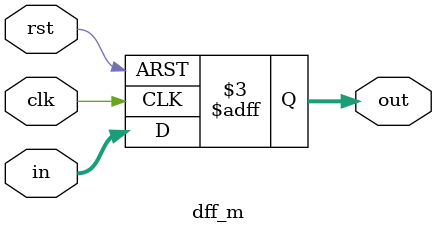
<source format=sv>

`timescale 1ns/10ps

module dff_m
#(
    parameter WIDTH = 5
)
(
    input   logic   clk,
    input   logic   rst,
    input   logic   [(2**WIDTH - 1):0] in,

    output  logic   [(2**WIDTH - 1):0] out
);

    // declare register
    always_ff @(posedge clk or negedge rst)
    begin
        if(!rst)
            out <= 0;
        else
            out <= in;
    end

endmodule: dff_m
</source>
